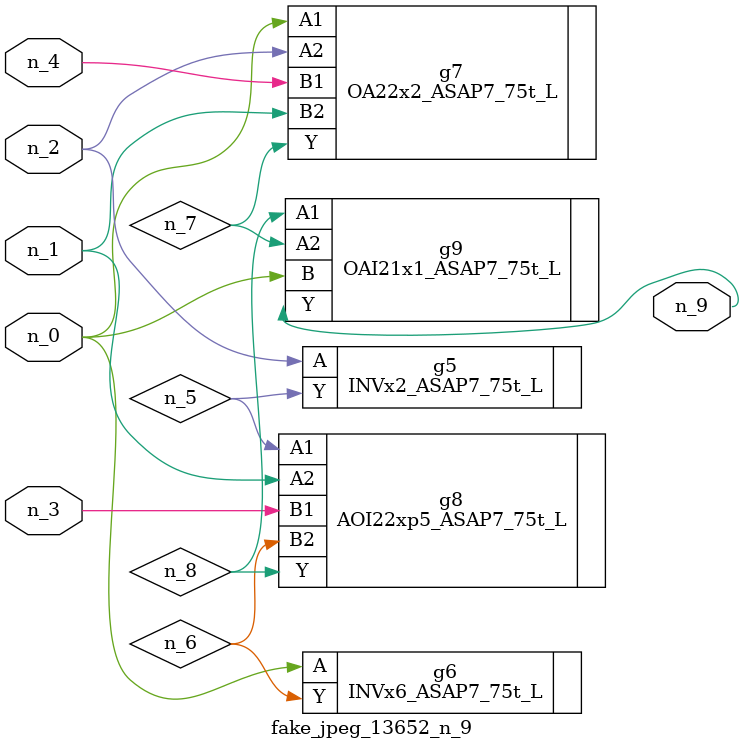
<source format=v>
module fake_jpeg_13652_n_9 (n_3, n_2, n_1, n_0, n_4, n_9);

input n_3;
input n_2;
input n_1;
input n_0;
input n_4;

output n_9;

wire n_8;
wire n_6;
wire n_5;
wire n_7;

INVx2_ASAP7_75t_L g5 ( 
.A(n_2),
.Y(n_5)
);

INVx6_ASAP7_75t_L g6 ( 
.A(n_0),
.Y(n_6)
);

OA22x2_ASAP7_75t_L g7 ( 
.A1(n_0),
.A2(n_2),
.B1(n_4),
.B2(n_1),
.Y(n_7)
);

AOI22xp5_ASAP7_75t_L g8 ( 
.A1(n_5),
.A2(n_1),
.B1(n_3),
.B2(n_6),
.Y(n_8)
);

OAI21x1_ASAP7_75t_L g9 ( 
.A1(n_8),
.A2(n_7),
.B(n_0),
.Y(n_9)
);


endmodule
</source>
